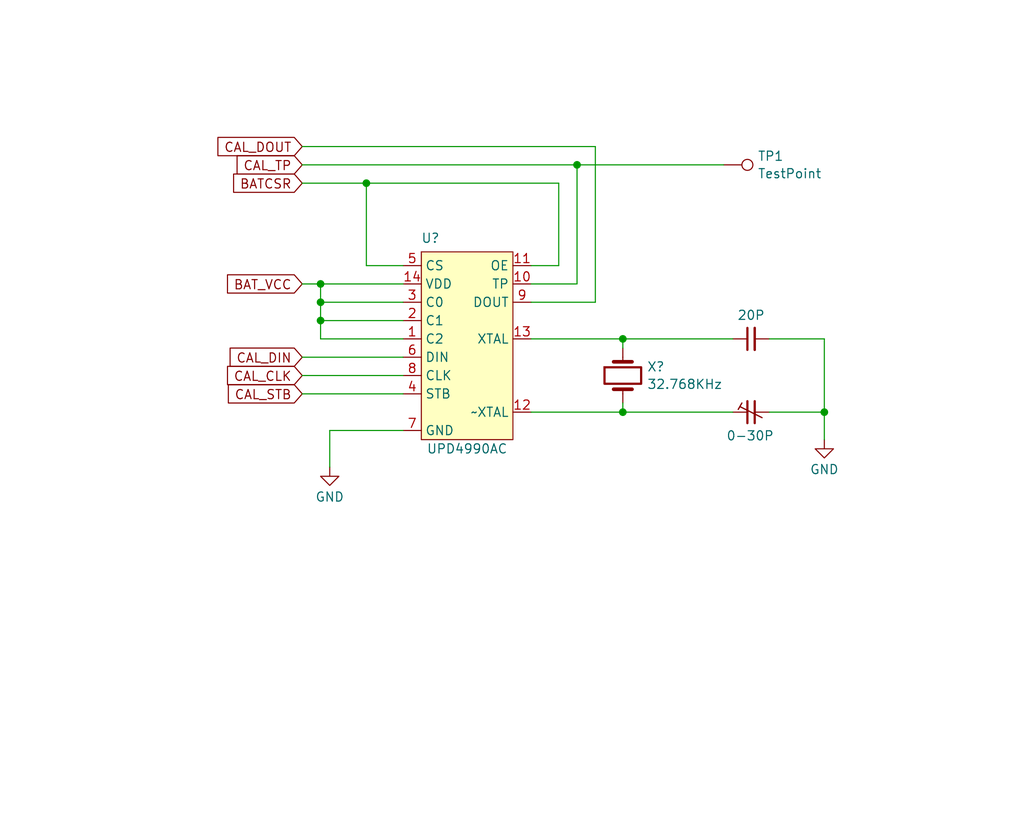
<source format=kicad_sch>
(kicad_sch (version 20230121) (generator eeschema)
  (paper "User" 141.986 115.392)
  (title_block (title "CLOCK") (date "2023-09-26") (company "SNK") (comment 3 "Converted by Frater ") (comment 4 "NEO-GEO MVS MV1F") (comment 9 "https://github.com/Neo-Geo-Hardwares/Schematics-MV1F"))
  (lib_symbols
    (symbol "0-Custom-SNK:UPD4990AC"
      (property "Reference" "3A1" (at -5.08 13.97 0))
      (property "Value" "UPD4990AC" (at 0 -15.24 0))
      (symbol "UPD4990AC_0_0"
        (pin input line (at -8.89 0 0) (length 2.54) (name "C2") (number "1"))
        (pin output line (at 8.89 7.62 180) (length 2.54) (name "TP") (number "10"))
        (pin input line (at 8.89 10.16 180) (length 2.54) (name "OE") (number "11"))
        (pin input line (at 8.89 -10.16 180) (length 2.54) (name "~XTAL") (number "12"))
        (pin input line (at 8.89 0 180) (length 2.54) (name "XTAL") (number "13"))
        (pin power_in line (at -8.89 7.62 0) (length 2.54) (name "VDD") (number "14"))
        (pin input line (at -8.89 2.54 0) (length 2.54) (name "C1") (number "2"))
        (pin input line (at -8.89 5.08 0) (length 2.54) (name "C0") (number "3"))
        (pin input line (at -8.89 -7.62 0) (length 2.54) (name "STB") (number "4"))
        (pin input line (at -8.89 10.16 0) (length 2.54) (name "CS") (number "5"))
        (pin power_in line (at -8.89 -12.7 0) (length 2.54) (name "GND") (number "7"))
        (pin input line (at -8.89 -5.08 0) (length 2.54) (name "CLK") (number "8"))
      )
      (symbol "UPD4990AC_1_0"
        (pin input line (at -8.89 -2.54 0) (length 2.54) (name "DIN") (number "6"))
        (pin output line (at 8.89 5.08 180) (length 2.54) (name "DOUT") (number "9"))
      )
      (symbol "UPD4990AC_1_1"
        (rectangle (start -6.35 12.065) (end 6.35 -13.97) (fill (type background)))
      )
    )
    (symbol "Connector:TestPoint" (pin_numbers hide) (pin_names (offset 0.762) hide)
      (property "Reference" "TP" (at 0 6.858 0))
      (property "Value" "TestPoint" (at 0 5.08 0))
      (symbol "TestPoint_0_1"
        (circle (center 0 3.302) (radius 0.762))
      )
      (symbol "TestPoint_1_1"
        (pin passive line (at 0 0 90) (length 2.54) (name "1") (number "1"))
      )
    )
    (symbol "Device:C_Small" (pin_numbers hide) (pin_names (offset 0.254) hide)
      (property "Reference" "C" (at 0.254 1.778 0))
      (property "Value" "C_Small" (at 0.254 -2.032 0))
      (symbol "C_Small_0_1"
        (polyline (pts (xy -1.524 -0.508) (xy 1.524 -0.508)) (stroke (width 0.3302)))
        (polyline (pts (xy -1.524 0.508) (xy 1.524 0.508)) (stroke (width 0.3048)))
      )
      (symbol "C_Small_1_1"
        (pin passive line (at 0 2.54 270) (length 2.032) (name "~") (number "1"))
        (pin passive line (at 0 -2.54 90) (length 2.032) (name "~") (number "2"))
      )
    )
    (symbol "Device:C_Trim_Small" (pin_numbers hide) (pin_names (offset 0.254) hide)
      (property "Value" "0-30P" (at -3.2695 0.127 90))
      (symbol "C_Trim_Small_0_1"
        (polyline (pts (xy -1.524 -0.508) (xy 1.524 -0.508)) (stroke (width 0.3048)))
        (polyline (pts (xy -1.524 0.508) (xy 1.524 0.508)) (stroke (width 0.3048)))
        (polyline (pts (xy 0.762 1.524) (xy -0.762 -1.524)) (stroke (width 0.1778)))
        (polyline (pts (xy 1.27 1.27) (xy 0.381 1.778)) (stroke (width 0.1778)))
      )
      (symbol "C_Trim_Small_1_1"
        (pin passive line (at 0 2.54 270) (length 2.032) (name "~") (number "1"))
        (pin passive line (at 0 -2.54 90) (length 2.032) (name "~") (number "2"))
      )
    )
    (symbol "Device:Crystal" (pin_numbers hide) (pin_names (offset 1.016) hide)
      (property "Reference" "Y" (at 0 3.81 0))
      (property "Value" "Crystal" (at 0 -3.81 0))
      (symbol "Crystal_0_1"
        (rectangle (start -1.143 2.54) (end 1.143 -2.54) (stroke (width 0.3048)))
        (polyline (pts (xy -2.54 0) (xy -1.905 0)))
        (polyline (pts (xy -1.905 -1.27) (xy -1.905 1.27)) (stroke (width 0.508)))
        (polyline (pts (xy 1.905 -1.27) (xy 1.905 1.27)) (stroke (width 0.508)))
        (polyline (pts (xy 2.54 0) (xy 1.905 0)))
      )
      (symbol "Crystal_1_1"
        (pin passive line (at -3.81 0 0) (length 1.27) (name "1") (number "1"))
        (pin passive line (at 3.81 0 180) (length 1.27) (name "2") (number "2"))
      )
    )
    (symbol "power:GND" (power) (pin_names (offset 0))
      (property "Value" "GND" (at 0 -3.81 0))
      (symbol "GND_0_1"
        (polyline (pts (xy 0 0) (xy 0 -1.27) (xy 1.27 -1.27) (xy 0 -2.54) (xy -1.27 -1.27) (xy 0 -1.27)))
      )
      (symbol "GND_1_1"
        (pin power_in line (at 0 0 270) (length 0) hide (name "GND") (number "1"))
      )
    )
  )
  (junction (at 114.3 57.15))
  (junction (at 44.45 41.91))
  (junction (at 50.8 25.4))
  (junction (at 44.45 44.45))
  (junction (at 86.36 46.99))
  (junction (at 86.36 57.15))
  (junction (at 80.01 22.86))
  (junction (at 44.45 39.37))
  (wire (pts (xy 44.45 44.45) (xy 55.88 44.45)))
  (wire (pts (xy 114.3 57.15) (xy 114.3 60.96)))
  (wire (pts (xy 44.45 44.45) (xy 44.45 46.99)))
  (wire (pts (xy 101.6 46.99) (xy 86.36 46.99)))
  (wire (pts (xy 44.45 39.37) (xy 44.45 41.91)))
  (wire (pts (xy 80.01 22.86) (xy 100.33 22.86)))
  (wire (pts (xy 77.47 36.83) (xy 77.47 25.4)))
  (wire (pts (xy 86.36 55.88) (xy 86.36 57.15)))
  (wire (pts (xy 73.66 46.99) (xy 86.36 46.99)))
  (wire (pts (xy 41.91 39.37) (xy 44.45 39.37)))
  (wire (pts (xy 45.72 59.69) (xy 45.72 64.77)))
  (wire (pts (xy 44.45 41.91) (xy 44.45 44.45)))
  (wire (pts (xy 106.68 46.99) (xy 114.3 46.99)))
  (wire (pts (xy 80.01 22.86) (xy 80.01 39.37)))
  (wire (pts (xy 86.36 57.15) (xy 73.66 57.15)))
  (wire (pts (xy 55.88 52.07) (xy 41.91 52.07)))
  (wire (pts (xy 55.88 54.61) (xy 41.91 54.61)))
  (wire (pts (xy 86.36 46.99) (xy 86.36 48.26)))
  (wire (pts (xy 50.8 36.83) (xy 55.88 36.83)))
  (wire (pts (xy 114.3 57.15) (xy 106.68 57.15)))
  (wire (pts (xy 86.36 57.15) (xy 101.6 57.15)))
  (wire (pts (xy 82.55 20.32) (xy 41.91 20.32)))
  (wire (pts (xy 55.88 49.53) (xy 41.91 49.53)))
  (wire (pts (xy 114.3 46.99) (xy 114.3 57.15)))
  (wire (pts (xy 41.91 22.86) (xy 80.01 22.86)))
  (wire (pts (xy 41.91 25.4) (xy 50.8 25.4)))
  (wire (pts (xy 55.88 46.99) (xy 44.45 46.99)))
  (wire (pts (xy 50.8 25.4) (xy 77.47 25.4)))
  (wire (pts (xy 82.55 41.91) (xy 82.55 20.32)))
  (wire (pts (xy 44.45 41.91) (xy 55.88 41.91)))
  (wire (pts (xy 45.72 59.69) (xy 55.88 59.69)))
  (wire (pts (xy 73.66 41.91) (xy 82.55 41.91)))
  (wire (pts (xy 73.66 36.83) (xy 77.47 36.83)))
  (wire (pts (xy 50.8 25.4) (xy 50.8 36.83)))
  (wire (pts (xy 73.66 39.37) (xy 80.01 39.37)))
  (wire (pts (xy 44.45 39.37) (xy 55.88 39.37)))
  (global_label "CAL_DOUT" (shape input) (at 41.91 20.32 180) (property "Intersheetrefs" "${INTERSHEET_REFS}" (at 29.6719 20.32 0) (effects (justify right))))
  (global_label "BATCSR" (shape input) (at 41.91 25.4 180) (property "Intersheetrefs" "${INTERSHEET_REFS}" (at 31.8491 25.4 0) (effects (justify right))))
  (global_label "BAT_VCC" (shape input) (at 41.91 39.37 180) (property "Intersheetrefs" "${INTERSHEET_REFS}" (at 31.97 39.37 0) (effects (justify right))))
  (global_label "CAL_CLK" (shape input) (at 41.91 52.07 180) (property "Intersheetrefs" "${INTERSHEET_REFS}" (at 31.0024 52.07 0) (effects (justify right))))
  (global_label "CAL_TP" (shape input) (at 41.91 22.86 180) (property "Intersheetrefs" "${INTERSHEET_REFS}" (at 32.3329 22.86 0) (effects (justify right))))
  (global_label "CAL_DIN" (shape input) (at 41.91 49.53 180) (property "Intersheetrefs" "${INTERSHEET_REFS}" (at 31.3652 49.53 0) (effects (justify right))))
  (global_label "CAL_STB" (shape input) (at 41.91 54.61 180) (property "Intersheetrefs" "${INTERSHEET_REFS}" (at 31.1234 54.61 0) (effects (justify right))))
  (symbol (lib_id "power:GND") (at 45.72 64.77 0) (unit 1)
    (property "Reference" "#PWR?" (effects hide))
    (property "Value" "GND" (at 45.72 68.9031 0))
    (instances (project "MVS" (path "" (reference "#PWR?") (unit 1)) (path "" (reference "#PWR010") (unit 1))))
  )
  (symbol (lib_id "Device:C_Small") (at 104.14 46.99 90) (unit 1)
    (property "Reference" "C?" (effects hide))
    (property "Value" "20P" (at 104.1463 43.7078 90))
    (instances (project "MVS" (path "" (reference "C?") (unit 1)) (path "" (reference "C2") (unit 1))))
  )
  (symbol (lib_id "0-Custom-SNK:UPD4990AC") (at 64.77 46.99 0) (unit 1)
    (property "Reference" "U?" (at 59.69 33.02 0))
    (property "Value" "UPD4990AC" (at 64.77 62.23 0))
    (property "Footprint" "Package_DIP:DIP-14_W7.62mm" (effects hide))
    (property "Datasheet" "https://pdf1.alldatasheet.com/datasheet-pdf/download/6956/NEC/UPD4990AC.html" (effects hide))
    (instances (project "MVS" (path "" (reference "U?") (unit 1)) (path "" (reference "3A1") (unit 1))))
  )
  (symbol (lib_id "Device:Crystal") (at 86.36 52.07 90) (unit 1)
    (property "Reference" "X?" (at 89.6874 50.8579 90) (effects (justify right)))
    (property "Value" "32.768KHz" (at 89.6874 53.2821 90) (effects (justify right)))
    (instances (project "MVS" (path "" (reference "X?") (unit 1)) (path "" (reference "X1") (unit 1))))
  )
  (symbol (lib_id "Device:C_Trim_Small") (at 104.14 57.15 90) (unit 1)
    (property "Reference" "C?" (effects hide))
    (property "Value" "0-30P" (at 104.013 60.4195 90))
    (instances (project "MVS" (path "" (reference "C?") (unit 1)) (path "" (reference "C3") (unit 1))))
  )
  (symbol (lib_id "power:GND") (at 114.3 60.96 0) (unit 1)
    (property "Reference" "#PWR?" (effects hide))
    (property "Value" "GND" (at 114.3 65.0931 0))
    (instances (project "MVS" (path "" (reference "#PWR?") (unit 1)) (path "" (reference "#PWR011") (unit 1))))
  )
  (symbol (lib_id "Connector:TestPoint") (at 100.33 22.86 270) (unit 1)
    (property "Reference" "TP1" (at 105.029 21.6479 90) (effects (justify left)))
    (property "Value" "TestPoint" (at 105.029 24.0721 90) (effects (justify left)))
  )
)
</source>
